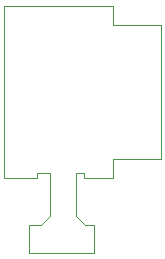
<source format=gbr>
%TF.GenerationSoftware,Altium Limited,Altium Designer,18.0.12 (696)*%
G04 Layer_Color=5220458*
%FSLAX45Y45*%
%MOMM*%
%TF.FileFunction,Other,board_outline*%
%TF.Part,Single*%
G01*
G75*
%TA.AperFunction,NonConductor*%
%ADD51C,0.05000*%
D51*
X-479500Y1450000D02*
X440000D01*
X-479500Y-1D02*
Y1450000D01*
X204171Y-403000D02*
X280000D01*
Y-635000D02*
Y-403000D01*
X-92500Y30503D02*
Y35002D01*
X-200000D02*
X-92500D01*
X124998Y35000D02*
X200000D01*
X-171000Y-403000D02*
X-92500Y-324500D01*
X-173000Y-403000D02*
X-171000D01*
X-92500Y-324500D02*
Y30503D01*
X-479500Y-1D02*
X-200000D01*
Y35001D01*
X-200000Y35002D02*
X-200000Y35001D01*
X-273000Y-403000D02*
X-173000D01*
X-273000Y-635000D02*
Y-403000D01*
Y-635000D02*
X280000D01*
X125000Y-324500D02*
X204171Y-403000D01*
X125000Y-324500D02*
Y35000D01*
X200000D02*
X200000Y35000D01*
Y0D02*
Y35000D01*
Y0D02*
X200001Y-1D01*
X440000D01*
Y155000D01*
X845000D01*
Y1295000D01*
X845000Y1295000D02*
X845000Y1295000D01*
X440000Y1295000D02*
X845000D01*
X440000D02*
Y1450000D01*
%TF.MD5,6a91386cfb0b7ad8559f03e0291af3bc*%
M02*

</source>
